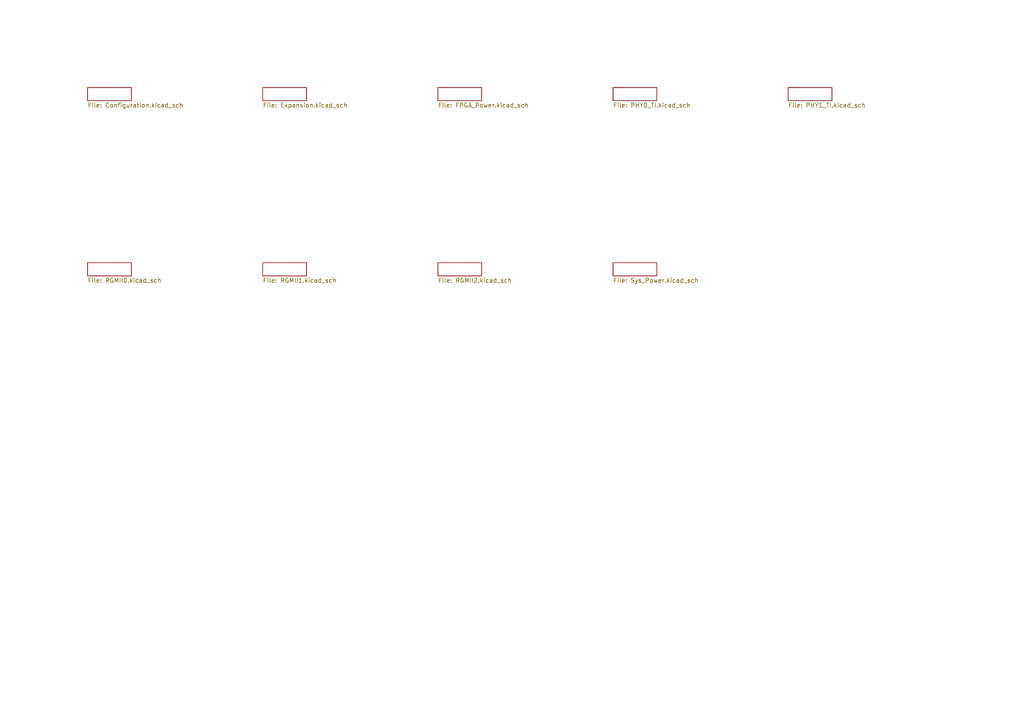
<source format=kicad_sch>
(kicad_sch
	(version 20250114)
	(generator "eeschema")
	(generator_version "9.0")
	(uuid "03c6b265-1a90-40d6-bb31-ce972e2c6802")
	(paper "A4")
	(lib_symbols)
	(sheet
		(at 127 25.4)
		(size 12.7 3.81)
		(exclude_from_sim no)
		(in_bom yes)
		(on_board yes)
		(dnp no)
		(fields_autoplaced yes)
		(stroke
			(width 0)
			(type solid)
		)
		(fill
			(color 0 0 0 0.0000)
		)
		(uuid "26da8510-bf2a-4d7f-811c-234d6a132edc")
		(property "Sheetname" ""
			(at 127 24.6884 0)
			(effects
				(font
					(size 1.27 1.27)
				)
				(justify left bottom)
			)
		)
		(property "Sheetfile" "FPGA_Power.kicad_sch"
			(at 127 29.7946 0)
			(effects
				(font
					(size 1.27 1.27)
				)
				(justify left top)
			)
		)
		(instances
			(project "Betsy"
				(path "/03c6b265-1a90-40d6-bb31-ce972e2c6802"
					(page "4")
				)
			)
		)
	)
	(sheet
		(at 177.8 76.2)
		(size 12.7 3.81)
		(exclude_from_sim no)
		(in_bom yes)
		(on_board yes)
		(dnp no)
		(fields_autoplaced yes)
		(stroke
			(width 0)
			(type solid)
		)
		(fill
			(color 0 0 0 0.0000)
		)
		(uuid "7070a810-0d42-416d-b8a5-abd110d9040a")
		(property "Sheetname" ""
			(at 177.8 75.4884 0)
			(effects
				(font
					(size 1.27 1.27)
				)
				(justify left bottom)
			)
		)
		(property "Sheetfile" "Sys_Power.kicad_sch"
			(at 177.8 80.5946 0)
			(effects
				(font
					(size 1.27 1.27)
				)
				(justify left top)
			)
		)
		(instances
			(project "Betsy"
				(path "/03c6b265-1a90-40d6-bb31-ce972e2c6802"
					(page "10")
				)
			)
		)
	)
	(sheet
		(at 25.4 25.4)
		(size 12.7 3.81)
		(exclude_from_sim no)
		(in_bom yes)
		(on_board yes)
		(dnp no)
		(fields_autoplaced yes)
		(stroke
			(width 0)
			(type solid)
		)
		(fill
			(color 0 0 0 0.0000)
		)
		(uuid "90e4898b-3f8f-4885-bff1-a44cca4166d1")
		(property "Sheetname" ""
			(at 25.4 24.6884 0)
			(effects
				(font
					(size 1.27 1.27)
				)
				(justify left bottom)
			)
		)
		(property "Sheetfile" "Configuration.kicad_sch"
			(at 25.4 29.7946 0)
			(effects
				(font
					(size 1.27 1.27)
				)
				(justify left top)
			)
		)
		(instances
			(project "Betsy"
				(path "/03c6b265-1a90-40d6-bb31-ce972e2c6802"
					(page "2")
				)
			)
		)
	)
	(sheet
		(at 177.8 25.4)
		(size 12.7 3.81)
		(exclude_from_sim no)
		(in_bom yes)
		(on_board yes)
		(dnp no)
		(fields_autoplaced yes)
		(stroke
			(width 0)
			(type solid)
		)
		(fill
			(color 0 0 0 0.0000)
		)
		(uuid "9bd2cdb9-80da-4454-98c3-b74c61642073")
		(property "Sheetname" ""
			(at 177.8 24.6884 0)
			(effects
				(font
					(size 1.27 1.27)
				)
				(justify left bottom)
			)
		)
		(property "Sheetfile" "PHY0_TI.kicad_sch"
			(at 177.8 29.7946 0)
			(effects
				(font
					(size 1.27 1.27)
				)
				(justify left top)
			)
		)
		(instances
			(project "Betsy"
				(path "/03c6b265-1a90-40d6-bb31-ce972e2c6802"
					(page "5")
				)
			)
		)
	)
	(sheet
		(at 76.2 76.2)
		(size 12.7 3.81)
		(exclude_from_sim no)
		(in_bom yes)
		(on_board yes)
		(dnp no)
		(fields_autoplaced yes)
		(stroke
			(width 0)
			(type solid)
		)
		(fill
			(color 0 0 0 0.0000)
		)
		(uuid "acdb74c9-c914-4c67-bffe-bf3573e165c2")
		(property "Sheetname" ""
			(at 76.2 75.4884 0)
			(effects
				(font
					(size 1.27 1.27)
				)
				(justify left bottom)
			)
		)
		(property "Sheetfile" "RGMII1.kicad_sch"
			(at 76.2 80.5946 0)
			(effects
				(font
					(size 1.27 1.27)
				)
				(justify left top)
			)
		)
		(instances
			(project "Betsy"
				(path "/03c6b265-1a90-40d6-bb31-ce972e2c6802"
					(page "8")
				)
			)
		)
	)
	(sheet
		(at 127 76.2)
		(size 12.7 3.81)
		(exclude_from_sim no)
		(in_bom yes)
		(on_board yes)
		(dnp no)
		(fields_autoplaced yes)
		(stroke
			(width 0)
			(type solid)
		)
		(fill
			(color 0 0 0 0.0000)
		)
		(uuid "b09485c0-a1c6-4cb7-a501-6d3aeafc28de")
		(property "Sheetname" ""
			(at 127 75.4884 0)
			(effects
				(font
					(size 1.27 1.27)
				)
				(justify left bottom)
			)
		)
		(property "Sheetfile" "RGMII2.kicad_sch"
			(at 127 80.5946 0)
			(effects
				(font
					(size 1.27 1.27)
				)
				(justify left top)
			)
		)
		(instances
			(project "Betsy"
				(path "/03c6b265-1a90-40d6-bb31-ce972e2c6802"
					(page "9")
				)
			)
		)
	)
	(sheet
		(at 25.4 76.2)
		(size 12.7 3.81)
		(exclude_from_sim no)
		(in_bom yes)
		(on_board yes)
		(dnp no)
		(fields_autoplaced yes)
		(stroke
			(width 0)
			(type solid)
		)
		(fill
			(color 0 0 0 0.0000)
		)
		(uuid "b6913590-54b3-4d23-b9ad-19cb4ef0b6b6")
		(property "Sheetname" ""
			(at 25.4 75.4884 0)
			(effects
				(font
					(size 1.27 1.27)
				)
				(justify left bottom)
			)
		)
		(property "Sheetfile" "RGMII0.kicad_sch"
			(at 25.4 80.5946 0)
			(effects
				(font
					(size 1.27 1.27)
				)
				(justify left top)
			)
		)
		(instances
			(project "Betsy"
				(path "/03c6b265-1a90-40d6-bb31-ce972e2c6802"
					(page "7")
				)
			)
		)
	)
	(sheet
		(at 76.2 25.4)
		(size 12.7 3.81)
		(exclude_from_sim no)
		(in_bom yes)
		(on_board yes)
		(dnp no)
		(fields_autoplaced yes)
		(stroke
			(width 0)
			(type solid)
		)
		(fill
			(color 0 0 0 0.0000)
		)
		(uuid "bc5ab655-3b29-4e25-8157-f7d224d0f901")
		(property "Sheetname" ""
			(at 76.2 24.6884 0)
			(effects
				(font
					(size 1.27 1.27)
				)
				(justify left bottom)
			)
		)
		(property "Sheetfile" "Expansion.kicad_sch"
			(at 76.2 29.7946 0)
			(effects
				(font
					(size 1.27 1.27)
				)
				(justify left top)
			)
		)
		(instances
			(project "Betsy"
				(path "/03c6b265-1a90-40d6-bb31-ce972e2c6802"
					(page "3")
				)
			)
		)
	)
	(sheet
		(at 228.6 25.4)
		(size 12.7 3.81)
		(exclude_from_sim no)
		(in_bom yes)
		(on_board yes)
		(dnp no)
		(fields_autoplaced yes)
		(stroke
			(width 0)
			(type solid)
		)
		(fill
			(color 0 0 0 0.0000)
		)
		(uuid "f159eaa9-4401-4136-a5d7-bacd4f26b4a5")
		(property "Sheetname" ""
			(at 228.6 24.6884 0)
			(effects
				(font
					(size 1.27 1.27)
				)
				(justify left bottom)
			)
		)
		(property "Sheetfile" "PHY1_TI.kicad_sch"
			(at 228.6 29.7946 0)
			(effects
				(font
					(size 1.27 1.27)
				)
				(justify left top)
			)
		)
		(instances
			(project "Betsy"
				(path "/03c6b265-1a90-40d6-bb31-ce972e2c6802"
					(page "6")
				)
			)
		)
	)
	(sheet_instances
		(path "/"
			(page "#")
		)
	)
	(embedded_fonts no)
)

</source>
